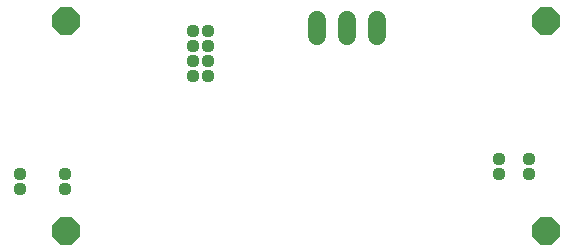
<source format=gbs>
G75*
%MOIN*%
%OFA0B0*%
%FSLAX25Y25*%
%IPPOS*%
%LPD*%
%AMOC8*
5,1,8,0,0,1.08239X$1,22.5*
%
%ADD10C,0.06000*%
%ADD11OC8,0.09300*%
%ADD12C,0.04369*%
D10*
X0131272Y0077021D02*
X0131272Y0082221D01*
X0141272Y0082221D02*
X0141272Y0077021D01*
X0151272Y0077021D02*
X0151272Y0082221D01*
D11*
X0047668Y0011895D03*
X0207668Y0011895D03*
X0207668Y0081895D03*
X0047668Y0081895D03*
D12*
X0089915Y0078509D03*
X0094915Y0078509D03*
X0094915Y0073509D03*
X0089915Y0073509D03*
X0089915Y0068509D03*
X0094915Y0068509D03*
X0094915Y0063509D03*
X0089915Y0063509D03*
X0047415Y0031009D03*
X0047415Y0026009D03*
X0032415Y0026009D03*
X0032415Y0031009D03*
X0191915Y0031009D03*
X0201915Y0031009D03*
X0201915Y0036009D03*
X0191915Y0036009D03*
M02*

</source>
